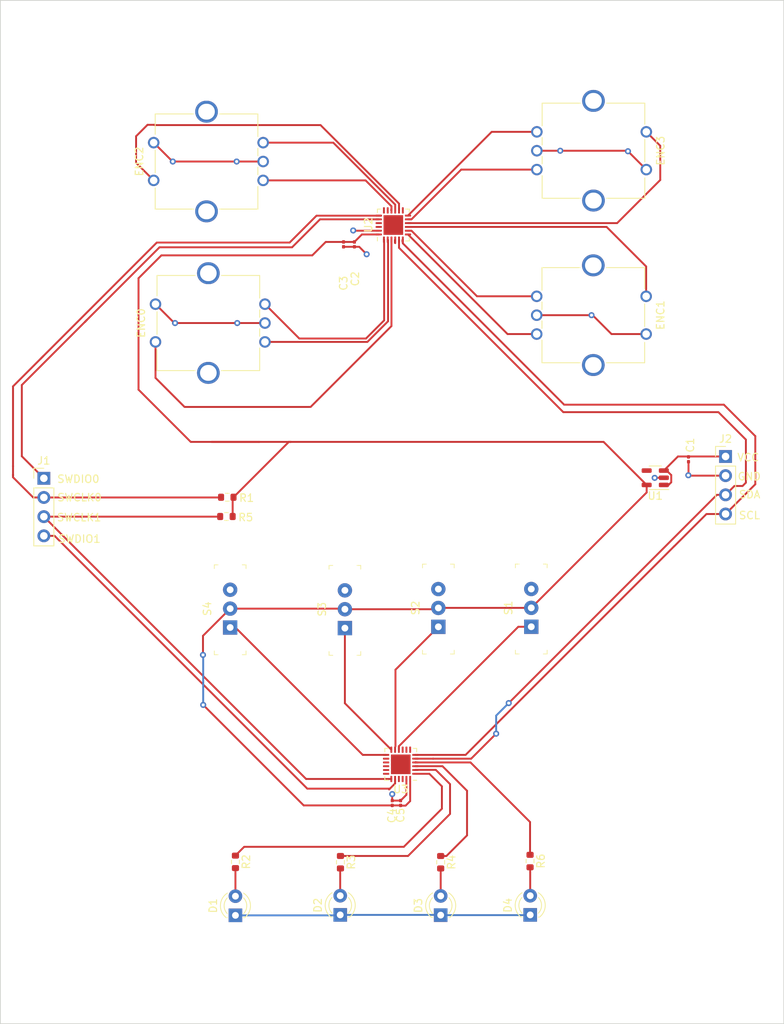
<source format=kicad_pcb>
(kicad_pcb (version 20211014) (generator pcbnew)
  (layers (0 "F.Cu" signal) (31 "B.Cu" signal) (34 "B.Paste" user) (35 "F.Paste" user) (36 "B.SilkS" user "B.Silkscreen") (37 "F.SilkS" user "F.Silkscreen") (38 "B.Mask" user) (39 "F.Mask" user) (44 "Edge.Cuts" user))
  (net 0 "")
  (net 1 "VCC")
  (net 2 "GND")
  (net 3 "+3.3V")
  (net 4 "Net-(D1-Pad2)")
  (net 5 "Net-(D2-Pad2)")
  (net 6 "Net-(D3-Pad2)")
  (net 7 "Net-(D4-Pad2)")
  (net 8 "/ENC0_A")
  (net 9 "/ENC0_B")
  (net 10 "/ENC0_SW")
  (net 11 "/ENC1_A")
  (net 12 "/ENC1_SW")
  (net 13 "/ENC2_A")
  (net 14 "/ENC2_B")
  (net 15 "/ENC2_SW")
  (net 16 "/ENC3_A")
  (net 17 "/ENC3_B")
  (net 18 "/ENC3_SW")
  (net 19 "/SWCLK0")
  (net 20 "/SWDIO0")
  (net 21 "/SWCLK1")
  (net 22 "/SWDIO1")
  (net 23 "/LED0")
  (net 24 "/LED1")
  (net 25 "/LED2")
  (net 26 "/LED3")
  (net 27 "/SW0")
  (net 29 "/SW1")
  (net 31 "/SW2")
  (net 33 "/SW3")
  (net 36 "/ENC1_B")
  (net 37 "/SDA")
  (net 38 "/SCL")
  (net 40 "/RST")
  (net 53 "unconnected-(U2-Pad4)")
  (footprint "Package_DFN_QFN:QFN-24-1EP_4x4mm_P0.5mm_EP2.6x2.6mm" (layer "F.Cu") (at 140.41 54.96 90)
    (fp_text reference "U2" (at 0 -3.3 90) (layer "F.SilkS"))
    (fp_text value "ATSAMD09D14A-M")
    (pad "1" smd roundrect (at -1.9375 -1.25 90) (size 0.825 0.25) (layers "F.Cu" "F.Paste" "F.Mask") (net 9 "/ENC0_B"))
    (pad "2" smd roundrect (at -1.9375 -0.75 90) (size 0.825 0.25) (layers "F.Cu" "F.Paste" "F.Mask") (net 8 "/ENC0_A"))
    (pad "3" smd roundrect (at -1.9375 -0.25 90) (size 0.825 0.25) (layers "F.Cu" "F.Paste" "F.Mask") (net 10 "/ENC0_SW"))
    (pad "4" smd roundrect (at -1.9375 0.25 90) (size 0.825 0.25) (layers "F.Cu" "F.Paste" "F.Mask") (net 53 "unconnected-(U2-Pad4)"))
    (pad "5" smd roundrect (at -1.9375 0.75 90) (size 0.825 0.25) (layers "F.Cu" "F.Paste" "F.Mask") (net 37 "/SDA"))
    (pad "6" smd roundrect (at -1.9375 1.25 90) (size 0.825 0.25) (layers "F.Cu" "F.Paste" "F.Mask") (net 38 "/SCL"))
    (pad "7" smd roundrect locked (at -1.25 1.9375 90) (size 0.25 0.825) (layers "F.Cu" "F.Paste" "F.Mask") (net 36 "/ENC1_B"))
    (pad "8" smd roundrect (at -0.75 1.9375 90) (size 0.25 0.825) (layers "F.Cu" "F.Paste" "F.Mask") (net 11 "/ENC1_A"))
    (pad "9" smd roundrect (at -0.25 1.9375 90) (size 0.25 0.825) (layers "F.Cu" "F.Paste" "F.Mask") (net 12 "/ENC1_SW"))
    (pad "10" smd roundrect (at 0.25 1.9375 90) (size 0.25 0.825) (layers "F.Cu" "F.Paste" "F.Mask") (net 18 "/ENC3_SW"))
    (pad "11" smd roundrect (at 0.75 1.9375 90) (size 0.25 0.825) (layers "F.Cu" "F.Paste" "F.Mask") (net 17 "/ENC3_B"))
    (pad "12" smd roundrect (at 1.25 1.9375 90) (size 0.25 0.825) (layers "F.Cu" "F.Paste" "F.Mask") (net 16 "/ENC3_A"))
    (pad "13" smd roundrect (at 1.9375 1.25 90) (size 0.825 0.25) (layers "F.Cu" "F.Paste" "F.Mask"))
    (pad "14" smd roundrect (at 1.9375 0.75 90) (size 0.825 0.25) (layers "F.Cu" "F.Paste" "F.Mask") (net 15 "/ENC2_SW"))
    (pad "15" smd roundrect (at 1.9375 0.25 90) (size 0.825 0.25) (layers "F.Cu" "F.Paste" "F.Mask") (net 14 "/ENC2_B"))
    (pad "16" smd roundrect (at 1.9375 -0.25 90) (size 0.825 0.25) (layers "F.Cu" "F.Paste" "F.Mask") (net 13 "/ENC2_A"))
    (pad "17" smd roundrect (at 1.9375 -0.75 90) (size 0.825 0.25) (layers "F.Cu" "F.Paste" "F.Mask"))
    (pad "18" smd roundrect (at 1.9375 -1.25 90) (size 0.825 0.25) (layers "F.Cu" "F.Paste" "F.Mask") (net 40 "/RST"))
    (pad "19" smd roundrect (at 1.25 -1.9375 90) (size 0.25 0.825) (layers "F.Cu" "F.Paste" "F.Mask") (net 19 "/SWCLK0"))
    (pad "20" smd roundrect (at 0.75 -1.9375 90) (size 0.25 0.825) (layers "F.Cu" "F.Paste" "F.Mask") (net 20 "/SWDIO0"))
    (pad "21" smd roundrect (at 0.25 -1.9375 90) (size 0.25 0.825) (layers "F.Cu" "F.Paste" "F.Mask"))
    (pad "22" smd roundrect (at -0.25 -1.9375 90) (size 0.25 0.825) (layers "F.Cu" "F.Paste" "F.Mask"))
    (pad "23" smd roundrect (at -0.75 -1.9375 90) (size 0.25 0.825) (layers "F.Cu" "F.Paste" "F.Mask") (net 2 "GND"))
    (pad "24" smd roundrect (at -1.25 -1.9375 90) (size 0.25 0.825) (layers "F.Cu" "F.Paste" "F.Mask") (net 3 "+3.3V"))
    (pad "25" smd rect (at 0 0 90) (size 2.6 2.6) (layers "F.Cu" "F.Mask"))
  )
  (footprint "Package_TO_SOT_SMD:SOT-23-5" (layer "F.Cu") (at 175.1025 88.43 180)
    (fp_text reference "U1" (at 0 -2.4) (layer "F.SilkS"))
    (fp_text value "AP2112K-3.3")
    (pad "1" smd roundrect (at -1.1375 -0.95 180) (size 1.325 0.6) (layers "F.Cu" "F.Paste" "F.Mask") (net 1 "VCC"))
    (pad "2" smd roundrect (at -1.1375 0 180) (size 1.325 0.6) (layers "F.Cu" "F.Paste" "F.Mask") (net 2 "GND"))
    (pad "3" smd roundrect (at -1.1375 0.95 180) (size 1.325 0.6) (layers "F.Cu" "F.Paste" "F.Mask") (net 1 "VCC"))
    (pad "4" smd roundrect (at 1.1375 0.95 180) (size 1.325 0.6) (layers "F.Cu" "F.Paste" "F.Mask"))
    (pad "5" smd roundrect (at 1.1375 -0.95 180) (size 1.325 0.6) (layers "F.Cu" "F.Paste" "F.Mask") (net 3 "+3.3V"))
  )
  (footprint "Capacitor_SMD:C_0201_0603Metric" (layer "F.Cu") (at 179.51 85.985 -90)
    (fp_text reference "C1" (at -1.875 -0.23 90) (layer "F.SilkS"))
    (fp_text value "10u")
    (pad "1" smd roundrect (at -0.32 0 270) (size 0.46 0.4) (layers "F.Cu" "F.Mask") (net 1 "VCC"))
    (pad "2" smd roundrect (at 0.32 0 270) (size 0.46 0.4) (layers "F.Cu" "F.Mask") (net 2 "GND"))
  )
  (footprint "Rotary_Encoder:RotaryEncoder_Bourns_Vertical_PEC12R-3xxxF-Sxxxx" (layer "F.Cu") (at 159.42 42.62)
    (fp_text reference "ENC3" (at 16.4 2.5 90) (layer "F.SilkS"))
    (fp_text value "RotaryEncoder_Switch")
    (pad "A" thru_hole circle (at 0 0 270) (size 1.524 1.524) (drill 1) (layers *.Cu *.Mask) (net 16 "/ENC3_A"))
    (pad "B" thru_hole circle (at 0 5 270) (size 1.524 1.524) (drill 1) (layers *.Cu *.Mask) (net 17 "/ENC3_B"))
    (pad "C" thru_hole circle (at 0 2.5 270) (size 1.524 1.524) (drill 1) (layers *.Cu *.Mask) (net 2 "GND"))
    (pad "S1" thru_hole circle (at 14.5 0 270) (size 1.524 1.524) (drill 1) (layers *.Cu *.Mask) (net 18 "/ENC3_SW"))
    (pad "S2" thru_hole circle (at 14.5 5 270) (size 1.524 1.524) (drill 1) (layers *.Cu *.Mask) (net 2 "GND"))
    (pad "SH" thru_hole oval (at 7.5 9.1 270) (size 2.9 3) (drill oval 2.1 2.2) (layers *.Cu *.Mask))
    (pad "SH" thru_hole oval (at 7.5 -4.1 270) (size 2.9 3) (drill oval 2.1 2.2) (layers *.Cu *.Mask))
  )
  (footprint "Capacitor_SMD:C_0201_0603Metric" (layer "F.Cu") (at 140.26 131.5 -90)
    (fp_text reference "C4" (at 1.69 0.06 90) (layer "F.SilkS"))
    (fp_text value "10u")
    (pad "1" smd roundrect (at -0.32 0 270) (size 0.46 0.4) (layers "F.Cu" "F.Mask") (net 2 "GND"))
    (pad "2" smd roundrect (at 0.32 0 270) (size 0.46 0.4) (layers "F.Cu" "F.Mask") (net 3 "+3.3V"))
  )
  (footprint "Resistor_SMD:R_0603_1608Metric" (layer "F.Cu") (at 118.295 93.56 180)
    (fp_text reference "R5" (at -2.555 -0.12) (layer "F.SilkS"))
    (fp_text value "1k")
    (pad "1" smd roundrect (at -0.825 0 180) (size 0.8 0.95) (layers "F.Cu" "F.Paste" "F.Mask") (net 3 "+3.3V"))
    (pad "2" smd roundrect (at 0.825 0 180) (size 0.8 0.95) (layers "F.Cu" "F.Paste" "F.Mask") (net 21 "/SWCLK1"))
  )
  (footprint "Capacitor_SMD:C_0201_0603Metric" (layer "F.Cu") (at 135.25 57.52 90)
    (fp_text reference "C2" (at -4.57 0.1 90) (layer "F.SilkS"))
    (fp_text value "10u")
    (pad "1" smd roundrect (at -0.32 0 90) (size 0.46 0.4) (layers "F.Cu" "F.Mask") (net 2 "GND"))
    (pad "2" smd roundrect (at 0.32 0 90) (size 0.46 0.4) (layers "F.Cu" "F.Mask") (net 3 "+3.3V"))
  )
  (footprint "digikey-footprints:Switch_Slide_11.6x4mm_EG1218" (layer "F.Cu") (at 133.99 108.34 90)
    (fp_text reference "S3" (at 2.49 -3.02 90) (layer "F.SilkS"))
    (fp_text value "EG1218")
    (pad "1" thru_hole rect locked (at 0 0 90) (size 1.9 1.9) (drill 0.9) (layers *.Cu *.Mask) (net 31 "/SW2"))
    (pad "2" thru_hole circle locked (at 2.5 0 90) (size 1.9 1.9) (drill 0.9) (layers *.Cu *.Mask) (net 3 "+3.3V"))
    (pad "3" thru_hole circle locked (at 5 0 90) (size 1.9 1.9) (drill 0.9) (layers *.Cu *.Mask))
  )
  (footprint "LED_THT:LED_D3.0mm" (layer "F.Cu") (at 119.49 146.38 90)
    (fp_text reference "D1" (at 1.27 -2.96 90) (layer "F.SilkS"))
    (fp_text value "LED")
    (pad "1" thru_hole rect (at 0 0 90) (size 1.8 1.8) (drill 0.9) (layers *.Cu *.Mask) (net 2 "GND"))
    (pad "2" thru_hole circle (at 2.54 0 90) (size 1.8 1.8) (drill 0.9) (layers *.Cu *.Mask) (net 4 "Net-(D1-Pad2)"))
  )
  (footprint "Resistor_SMD:R_0603_1608Metric" (layer "F.Cu") (at 133.4 139.34 -90)
    (fp_text reference "R3" (at 0 -1.43 90) (layer "F.SilkS"))
    (fp_text value "10k")
    (pad "1" smd roundrect (at -0.825 0 270) (size 0.8 0.95) (layers "F.Cu" "F.Paste" "F.Mask") (net 24 "/LED1"))
    (pad "2" smd roundrect (at 0.825 0 270) (size 0.8 0.95) (layers "F.Cu" "F.Paste" "F.Mask") (net 5 "Net-(D2-Pad2)"))
  )
  (footprint "Resistor_SMD:R_0603_1608Metric" (layer "F.Cu") (at 119.49 139.295 -90)
    (fp_text reference "R2" (at 0 -1.43 90) (layer "F.SilkS"))
    (fp_text value "10k")
    (pad "1" smd roundrect (at -0.825 0 270) (size 0.8 0.95) (layers "F.Cu" "F.Paste" "F.Mask") (net 23 "/LED0"))
    (pad "2" smd roundrect (at 0.825 0 270) (size 0.8 0.95) (layers "F.Cu" "F.Paste" "F.Mask") (net 4 "Net-(D1-Pad2)"))
  )
  (footprint "LED_THT:LED_D3.0mm" (layer "F.Cu") (at 133.37 146.32 90)
    (fp_text reference "D2" (at 1.27 -2.96 90) (layer "F.SilkS"))
    (fp_text value "LED")
    (pad "1" thru_hole rect (at 0 0 90) (size 1.8 1.8) (drill 0.9) (layers *.Cu *.Mask) (net 2 "GND"))
    (pad "2" thru_hole circle (at 2.54 0 90) (size 1.8 1.8) (drill 0.9) (layers *.Cu *.Mask) (net 5 "Net-(D2-Pad2)"))
  )
  (footprint "digikey-footprints:Switch_Slide_11.6x4mm_EG1218" (layer "F.Cu") (at 118.79 108.26 90)
    (fp_text reference "S4" (at 2.49 -3.02 90) (layer "F.SilkS"))
    (fp_text value "EG1218")
    (pad "1" thru_hole rect locked (at 0 0 90) (size 1.9 1.9) (drill 0.9) (layers *.Cu *.Mask) (net 33 "/SW3"))
    (pad "2" thru_hole circle locked (at 2.5 0 90) (size 1.9 1.9) (drill 0.9) (layers *.Cu *.Mask) (net 3 "+3.3V"))
    (pad "3" thru_hole circle locked (at 5 0 90) (size 1.9 1.9) (drill 0.9) (layers *.Cu *.Mask))
  )
  (footprint "Connector_PinHeader_2.54mm:PinHeader_1x04_P2.54mm_Vertical" (layer "F.Cu") (at 184.42 85.61)
    (fp_text reference "J2" (at 0 -2.33) (layer "F.SilkS"))
    (fp_text value "Conn_01x04_Male")
    (pad "1" thru_hole rect (at 0 0) (size 1.7 1.7) (drill 1) (layers *.Cu *.Mask) (net 1 "VCC"))
    (pad "2" thru_hole oval (at 0 2.54) (size 1.7 1.7) (drill 1) (layers *.Cu *.Mask) (net 2 "GND"))
    (pad "3" thru_hole oval (at 0 5.08) (size 1.7 1.7) (drill 1) (layers *.Cu *.Mask) (net 37 "/SDA"))
    (pad "4" thru_hole oval (at 0 7.62) (size 1.7 1.7) (drill 1) (layers *.Cu *.Mask) (net 38 "/SCL"))
  )
  (footprint "LED_THT:LED_D3.0mm" (layer "F.Cu") (at 158.54 146.32 90)
    (fp_text reference "D4" (at 1.27 -2.96 90) (layer "F.SilkS"))
    (fp_text value "LED")
    (pad "1" thru_hole rect (at 0 0 90) (size 1.8 1.8) (drill 0.9) (layers *.Cu *.Mask) (net 2 "GND"))
    (pad "2" thru_hole circle (at 2.54 0 90) (size 1.8 1.8) (drill 0.9) (layers *.Cu *.Mask) (net 7 "Net-(D4-Pad2)"))
  )
  (footprint "Connector_PinHeader_2.54mm:PinHeader_1x04_P2.54mm_Vertical" (layer "F.Cu") (at 94.11 88.5)
    (fp_text reference "J1" (at 0 -2.33) (layer "F.SilkS"))
    (fp_text value "Conn_01x04_Male")
    (pad "1" thru_hole rect (at 0 0) (size 1.7 1.7) (drill 1) (layers *.Cu *.Mask) (net 20 "/SWDIO0"))
    (pad "2" thru_hole oval (at 0 2.54) (size 1.7 1.7) (drill 1) (layers *.Cu *.Mask) (net 19 "/SWCLK0"))
    (pad "3" thru_hole oval (at 0 5.08) (size 1.7 1.7) (drill 1) (layers *.Cu *.Mask) (net 21 "/SWCLK1"))
    (pad "4" thru_hole oval (at 0 7.62) (size 1.7 1.7) (drill 1) (layers *.Cu *.Mask) (net 22 "/SWDIO1"))
  )
  (footprint "Rotary_Encoder:RotaryEncoder_Bourns_Vertical_PEC12R-3xxxF-Sxxxx" (layer "F.Cu") (at 123.16 49.05 180)
    (fp_text reference "ENC2" (at 16.4 2.5 90) (layer "F.SilkS"))
    (fp_text value "RotaryEncoder_Switch")
    (pad "A" thru_hole circle (at 0 0 90) (size 1.524 1.524) (drill 1) (layers *.Cu *.Mask) (net 13 "/ENC2_A"))
    (pad "B" thru_hole circle (at 0 5 90) (size 1.524 1.524) (drill 1) (layers *.Cu *.Mask) (net 14 "/ENC2_B"))
    (pad "C" thru_hole circle (at 0 2.5 90) (size 1.524 1.524) (drill 1) (layers *.Cu *.Mask) (net 2 "GND"))
    (pad "S1" thru_hole circle (at 14.5 0 90) (size 1.524 1.524) (drill 1) (layers *.Cu *.Mask) (net 15 "/ENC2_SW"))
    (pad "S2" thru_hole circle (at 14.5 5 90) (size 1.524 1.524) (drill 1) (layers *.Cu *.Mask) (net 2 "GND"))
    (pad "SH" thru_hole oval (at 7.5 9.1 90) (size 2.9 3) (drill oval 2.1 2.2) (layers *.Cu *.Mask))
    (pad "SH" thru_hole oval (at 7.5 -4.1 90) (size 2.9 3) (drill oval 2.1 2.2) (layers *.Cu *.Mask))
  )
  (footprint "Capacitor_SMD:C_0201_0603Metric" (layer "F.Cu") (at 141.37 131.5 -90)
    (fp_text reference "C5" (at 1.63 0.02 90) (layer "F.SilkS"))
    (fp_text value "0.1u")
    (pad "1" smd roundrect (at -0.32 0 270) (size 0.46 0.4) (layers "F.Cu" "F.Mask") (net 2 "GND"))
    (pad "2" smd roundrect (at 0.32 0 270) (size 0.46 0.4) (layers "F.Cu" "F.Mask") (net 3 "+3.3V"))
  )
  (footprint "digikey-footprints:Switch_Slide_11.6x4mm_EG1218" (layer "F.Cu") (at 158.68 108.16 90)
    (fp_text reference "S1" (at 2.49 -3.02 90) (layer "F.SilkS"))
    (fp_text value "EG1218")
    (pad "1" thru_hole rect locked (at 0 0 90) (size 1.9 1.9) (drill 0.9) (layers *.Cu *.Mask) (net 27 "/SW0"))
    (pad "2" thru_hole circle locked (at 2.5 0 90) (size 1.9 1.9) (drill 0.9) (layers *.Cu *.Mask) (net 3 "+3.3V"))
    (pad "3" thru_hole circle locked (at 5 0 90) (size 1.9 1.9) (drill 0.9) (layers *.Cu *.Mask))
  )
  (footprint "Capacitor_SMD:C_0201_0603Metric" (layer "F.Cu") (at 133.81 57.52 90)
    (fp_text reference "C3" (at -5.15 0 90) (layer "F.SilkS"))
    (fp_text value "0.1u")
    (pad "1" smd roundrect (at -0.32 0 90) (size 0.46 0.4) (layers "F.Cu" "F.Mask") (net 2 "GND"))
    (pad "2" smd roundrect (at 0.32 0 90) (size 0.46 0.4) (layers "F.Cu" "F.Mask") (net 3 "+3.3V"))
  )
  (footprint "Resistor_SMD:R_0603_1608Metric" (layer "F.Cu") (at 158.52 139.19 -90)
    (fp_text reference "R6" (at 0 -1.43 90) (layer "F.SilkS"))
    (fp_text value "10k")
    (pad "1" smd roundrect (at -0.825 0 270) (size 0.8 0.95) (layers "F.Cu" "F.Paste" "F.Mask") (net 26 "/LED3"))
    (pad "2" smd roundrect (at 0.825 0 270) (size 0.8 0.95) (layers "F.Cu" "F.Paste" "F.Mask") (net 7 "Net-(D4-Pad2)"))
  )
  (footprint "Package_DFN_QFN:QFN-24-1EP_4x4mm_P0.5mm_EP2.6x2.6mm" (layer "F.Cu") (at 141.39 126.38 180)
    (fp_text reference "U3" (at 0 -3.3) (layer "F.SilkS"))
    (fp_text value "ATSAMD09D14A-M")
    (pad "1" smd roundrect (at -1.9375 -1.25 180) (size 0.825 0.25) (layers "F.Cu" "F.Paste" "F.Mask") (net 23 "/LED0"))
    (pad "2" smd roundrect (at -1.9375 -0.75 180) (size 0.825 0.25) (layers "F.Cu" "F.Paste" "F.Mask") (net 24 "/LED1"))
    (pad "3" smd roundrect (at -1.9375 -0.25 180) (size 0.825 0.25) (layers "F.Cu" "F.Paste" "F.Mask") (net 25 "/LED2"))
    (pad "4" smd roundrect (at -1.9375 0.25 180) (size 0.825 0.25) (layers "F.Cu" "F.Paste" "F.Mask") (net 26 "/LED3"))
    (pad "5" smd roundrect (at -1.9375 0.75 180) (size 0.825 0.25) (layers "F.Cu" "F.Paste" "F.Mask") (net 37 "/SDA"))
    (pad "6" smd roundrect (at -1.9375 1.25 180) (size 0.825 0.25) (layers "F.Cu" "F.Paste" "F.Mask") (net 38 "/SCL"))
    (pad "7" smd roundrect (at -1.25 1.9375 180) (size 0.25 0.825) (layers "F.Cu" "F.Paste" "F.Mask"))
    (pad "8" smd roundrect (at -0.75 1.9375 180) (size 0.25 0.825) (layers "F.Cu" "F.Paste" "F.Mask"))
    (pad "9" smd roundrect (at -0.25 1.9375 180) (size 0.25 0.825) (layers "F.Cu" "F.Paste" "F.Mask"))
    (pad "10" smd roundrect (at 0.25 1.9375 180) (size 0.25 0.825) (layers "F.Cu" "F.Paste" "F.Mask") (net 27 "/SW0"))
    (pad "11" smd roundrect (at 0.75 1.9375 180) (size 0.25 0.825) (layers "F.Cu" "F.Paste" "F.Mask") (net 29 "/SW1"))
    (pad "12" smd roundrect (at 1.25 1.9375 180) (size 0.25 0.825) (layers "F.Cu" "F.Paste" "F.Mask") (net 31 "/SW2"))
    (pad "13" smd roundrect (at 1.9375 1.25 180) (size 0.825 0.25) (layers "F.Cu" "F.Paste" "F.Mask") (net 33 "/SW3"))
    (pad "14" smd roundrect (at 1.9375 0.75 180) (size 0.825 0.25) (layers "F.Cu" "F.Paste" "F.Mask"))
    (pad "15" smd roundrect (at 1.9375 0.25 180) (size 0.825 0.25) (layers "F.Cu" "F.Paste" "F.Mask"))
    (pad "16" smd roundrect (at 1.9375 -0.25 180) (size 0.825 0.25) (layers "F.Cu" "F.Paste" "F.Mask"))
    (pad "17" smd roundrect (at 1.9375 -0.75 180) (size 0.825 0.25) (layers "F.Cu" "F.Paste" "F.Mask"))
    (pad "18" smd roundrect (at 1.9375 -1.25 180) (size 0.825 0.25) (layers "F.Cu" "F.Paste" "F.Mask") (net 40 "/RST"))
    (pad "19" smd roundrect (at 1.25 -1.9375 180) (size 0.25 0.825) (layers "F.Cu" "F.Paste" "F.Mask") (net 21 "/SWCLK1"))
    (pad "20" smd roundrect (at 0.75 -1.9375 180) (size 0.25 0.825) (layers "F.Cu" "F.Paste" "F.Mask") (net 22 "/SWDIO1"))
    (pad "21" smd roundrect (at 0.25 -1.9375 180) (size 0.25 0.825) (layers "F.Cu" "F.Paste" "F.Mask"))
    (pad "22" smd roundrect (at -0.25 -1.9375 180) (size 0.25 0.825) (layers "F.Cu" "F.Paste" "F.Mask"))
    (pad "23" smd roundrect (at -0.75 -1.9375 180) (size 0.25 0.825) (layers "F.Cu" "F.Paste" "F.Mask") (net 2 "GND"))
    (pad "24" smd roundrect (at -1.25 -1.9375 180) (size 0.25 0.825) (layers "F.Cu" "F.Paste" "F.Mask") (net 3 "+3.3V"))
    (pad "25" smd rect (at 0 0 180) (size 2.6 2.6) (layers "F.Cu" "F.Mask"))
  )
  (footprint "Rotary_Encoder:RotaryEncoder_Bourns_Vertical_PEC12R-3xxxF-Sxxxx" (layer "F.Cu") (at 123.4 70.44 180)
    (fp_text reference "ENC0" (at 16.4 2.5 90) (layer "F.SilkS"))
    (fp_text value locked "RotaryEncoder_Switch")
    (pad "A" thru_hole circle (at 0 0 90) (size 1.524 1.524) (drill 1) (layers *.Cu *.Mask) (net 8 "/ENC0_A"))
    (pad "B" thru_hole circle (at 0 5 90) (size 1.524 1.524) (drill 1) (layers *.Cu *.Mask) (net 9 "/ENC0_B"))
    (pad "C" thru_hole circle (at 0 2.5 90) (size 1.524 1.524) (drill 1) (layers *.Cu *.Mask) (net 2 "GND"))
    (pad "S1" thru_hole circle (at 14.5 0 90) (size 1.524 1.524) (drill 1) (layers *.Cu *.Mask) (net 10 "/ENC0_SW"))
    (pad "S2" thru_hole circle (at 14.5 5 90) (size 1.524 1.524) (drill 1) (layers *.Cu *.Mask) (net 2 "GND"))
    (pad "SH" thru_hole oval (at 7.5 -4.1 90) (size 2.9 3) (drill oval 2.1 2.2) (layers *.Cu *.Mask))
    (pad "SH" thru_hole oval (at 7.5 9.1 90) (size 2.9 3) (drill oval 2.1 2.2) (layers *.Cu *.Mask))
  )
  (footprint "digikey-footprints:Switch_Slide_11.6x4mm_EG1218" (layer "F.Cu") (at 146.37 108.17 90)
    (fp_text reference "S2" (at 2.49 -3.02 90) (layer "F.SilkS"))
    (fp_text value "EG1218")
    (pad "1" thru_hole rect locked (at 0 0 90) (size 1.9 1.9) (drill 0.9) (layers *.Cu *.Mask) (net 29 "/SW1"))
    (pad "2" thru_hole circle locked (at 2.5 0 90) (size 1.9 1.9) (drill 0.9) (layers *.Cu *.Mask) (net 3 "+3.3V"))
    (pad "3" thru_hole circle locked (at 5 0 90) (size 1.9 1.9) (drill 0.9) (layers *.Cu *.Mask))
  )
  (footprint "Resistor_SMD:R_0603_1608Metric" (layer "F.Cu") (at 118.41 91.01 180)
    (fp_text reference "R1" (at -2.56 -0.1) (layer "F.SilkS"))
    (fp_text value "1k")
    (pad "1" smd roundrect (at -0.825 0 180) (size 0.8 0.95) (layers "F.Cu" "F.Paste" "F.Mask") (net 3 "+3.3V"))
    (pad "2" smd roundrect (at 0.825 0 180) (size 0.8 0.95) (layers "F.Cu" "F.Paste" "F.Mask") (net 19 "/SWCLK0"))
  )
  (footprint "Resistor_SMD:R_0603_1608Metric" (layer "F.Cu") (at 146.68 139.345 -90)
    (fp_text reference "R4" (at 0 -1.43 90) (layer "F.SilkS"))
    (fp_text value "10k")
    (pad "1" smd roundrect (at -0.825 0 270) (size 0.8 0.95) (layers "F.Cu" "F.Paste" "F.Mask") (net 25 "/LED2"))
    (pad "2" smd roundrect (at 0.825 0 270) (size 0.8 0.95) (layers "F.Cu" "F.Paste" "F.Mask") (net 6 "Net-(D3-Pad2)"))
  )
  (footprint "Rotary_Encoder:RotaryEncoder_Bourns_Vertical_PEC12R-3xxxF-Sxxxx" (layer "F.Cu") (at 159.4 64.4)
    (fp_text reference "ENC1" (at 16.4 2.5 90) (layer "F.SilkS"))
    (fp_text value "RotaryEncoder_Switch")
    (pad "A" thru_hole circle (at 0 0 270) (size 1.524 1.524) (drill 1) (layers *.Cu *.Mask) (net 11 "/ENC1_A"))
    (pad "B" thru_hole circle (at 0 5 270) (size 1.524 1.524) (drill 1) (layers *.Cu *.Mask) (net 36 "/ENC1_B"))
    (pad "C" thru_hole circle (at 0 2.5 270) (size 1.524 1.524) (drill 1) (layers *.Cu *.Mask) (net 2 "GND"))
    (pad "S1" thru_hole circle (at 14.5 0 270) (size 1.524 1.524) (drill 1) (layers *.Cu *.Mask) (net 12 "/ENC1_SW"))
    (pad "S2" thru_hole circle (at 14.5 5 270) (size 1.524 1.524) (drill 1) (layers *.Cu *.Mask) (net 2 "GND"))
    (pad "SH" thru_hole oval (at 7.5 -4.1 270) (size 2.9 3) (drill oval 2.1 2.2) (layers *.Cu *.Mask))
    (pad "SH" thru_hole oval (at 7.5 9.1 270) (size 2.9 3) (drill oval 2.1 2.2) (layers *.Cu *.Mask))
  )
  (footprint "LED_THT:LED_D3.0mm" (layer "F.Cu") (at 146.68 146.35 90)
    (fp_text reference "D3" (at 1.27 -2.96 90) (layer "F.SilkS"))
    (fp_text value "LED")
    (pad "1" thru_hole rect (at 0 0 90) (size 1.8 1.8) (drill 0.9) (layers *.Cu *.Mask) (net 2 "GND"))
    (pad "2" thru_hole circle (at 2.54 0 90) (size 1.8 1.8) (drill 0.9) (layers *.Cu *.Mask) (net 6 "Net-(D3-Pad2)"))
  )
  (gr_rect (start 88.35 25.21) (end 192.13 160.73) (layer "Edge.Cuts") (width 0.1) (fill none))
  (gr_text "SWDIO1\n" (at 98.83 96.53) (layer "F.SilkS") (effects (font (size 1 1))))
  (gr_text "SWCLK0\n" (at 98.83 91.04) (layer "F.SilkS") (effects (font (size 1 1))))
  (gr_text "SWCLK1\n" (at 98.78 93.69) (layer "F.SilkS") (effects (font (size 1 1))))
  (gr_text "SDA\n" (at 187.61 90.65) (layer "F.SilkS") (effects (font (size 1 1))))
  (gr_text "VCC\n" (at 187.42 85.74) (layer "F.SilkS") (effects (font (size 1 1))))
  (gr_text "GND\n" (at 187.56 88.27) (layer "F.SilkS") (effects (font (size 1 1))))
  (gr_text "SWDIO0\n" (at 98.68 88.6) (layer "F.SilkS") (effects (font (size 1 1))))
  (gr_text "SCL\n" (at 187.59 93.41) (layer "F.SilkS") (effects (font (size 1 1))))
  (segment (start 176.624251 87.48) (end 177.2275 88.083249) (width 0.25) (layer "F.Cu") (net 1))
  (segment (start 176.87 89.38) (end 176.24 89.38) (width 0.25) (layer "F.Cu") (net 1))
  (segment (start 184.42 85.61) (end 178.11 85.61) (width 0.25) (layer "F.Cu") (net 1))
  (segment (start 177.2275 88.083249) (end 177.2275 89.0225) (width 0.25) (layer "F.Cu") (net 1))
  (segment (start 177.2275 89.0225) (end 176.87 89.38) (width 0.25) (layer "F.Cu") (net 1))
  (segment (start 178.11 85.61) (end 176.24 87.48) (width 0.25) (layer "F.Cu") (net 1))
  (segment (start 176.24 87.48) (end 176.624251 87.48) (width 0.25) (layer "F.Cu") (net 1))
  (segment (start 111.49 67.94) (end 119.73 67.94) (width 0.25) (layer "F.Cu") (net 2))
  (segment (start 142.14 130.41) (end 141.37 131.18) (width 0.25) (layer "F.Cu") (net 2))
  (segment (start 169.31 69.4) (end 173.9 69.4) (width 0.25) (layer "F.Cu") (net 2))
  (segment (start 111.16 46.55) (end 108.66 44.05) (width 0.25) (layer "F.Cu") (net 2))
  (segment (start 162.52 45.12) (end 171.42 45.12) (width 0.25) (layer "F.Cu") (net 2))
  (segment (start 133.81 57.84) (end 135.25 57.84) (width 0.25) (layer "F.Cu") (net 2))
  (segment (start 184.42 88.15) (end 179.54 88.15) (width 0.25) (layer "F.Cu") (net 2))
  (segment (start 138.4725 55.71) (end 135.12 55.71) (width 0.25) (layer "F.Cu") (net 2))
  (segment (start 142.14 128.3175) (end 142.14 130.41) (width 0.25) (layer "F.Cu") (net 2))
  (segment (start 179.51 88.08) (end 179.49 88.1) (width 0.25) (layer "F.Cu") (net 2))
  (segment (start 108.9 65.44) (end 111.4 67.94) (width 0.25) (layer "F.Cu") (net 2))
  (segment (start 166.66 66.9) (end 166.81 66.9) (width 0.25) (layer "F.Cu") (net 2))
  (segment (start 171.42 45.12) (end 171.49 45.19) (width 0.25) (layer "F.Cu") (net 2))
  (segment (start 179.54 88.15) (end 179.49 88.1) (width 0.25) (layer "F.Cu") (net 2))
  (segment (start 119.73 67.94) (end 123.4 67.94) (width 0.25) (layer "F.Cu") (net 2))
  (segment (start 175.04 88.43) (end 175.03 88.44) (width 0.25) (layer "F.Cu") (net 2))
  (segment (start 159.42 45.12) (end 162.52 45.12) (width 0.25) (layer "F.Cu") (net 2))
  (segment (start 159.4 66.9) (end 166.66 66.9) (width 0.25) (layer "F.Cu") (net 2))
  (segment (start 135.25 57.84) (end 135.88 57.84) (width 0.25) (layer "F.Cu") (net 2))
  (segment (start 135.88 57.84) (end 136.87 58.83) (width 0.25) (layer "F.Cu") (net 2))
  (segment (start 119.65 46.55) (end 111.19 46.55) (width 0.25) (layer "F.Cu") (net 2))
  (segment (start 140.26 131.18) (end 140.26 130.32) (width 0.25) (layer "F.Cu") (net 2))
  (segment (start 166.81 66.9) (end 169.31 69.4) (width 0.25) (layer "F.Cu") (net 2))
  (segment (start 171.49 45.19) (end 173.92 47.62) (width 0.25) (layer "F.Cu") (net 2))
  (segment (start 123.16 46.55) (end 119.65 46.55) (width 0.25) (layer "F.Cu") (net 2))
  (segment (start 135.12 55.71) (end 135.09 55.68) (width 0.25) (layer "F.Cu") (net 2))
  (segment (start 176.24 88.43) (end 175.04 88.43) (width 0.25) (layer "F.Cu") (net 2))
  (segment (start 111.19 46.55) (end 111.16 46.55) (width 0.25) (layer "F.Cu") (net 2))
  (segment (start 179.51 86.305) (end 179.51 88.08) (width 0.25) (layer "F.Cu") (net 2))
  (segment (start 111.4 67.94) (end 111.49 67.94) (width 0.25) (layer "F.Cu") (net 2))
  (segment (start 141.37 131.18) (end 140.26 131.18) (width 0.25) (layer "F.Cu") (net 2))
  (via (at 179.49 88.1) (size 0.8) (drill 0.4) (layers "F.Cu" "B.Cu") (net 2))
  (via (at 123.4 67.94) (size 0.8) (drill 0.4) (layers "F.Cu" "B.Cu") (net 2))
  (via (at 136.87 58.83) (size 0.8) (drill 0.4) (layers "F.Cu" "B.Cu") (net 2))
  (via (at 166.66 66.9) (size 0.8) (drill 0.4) (layers "F.Cu" "B.Cu") (net 2))
  (via (at 175.03 88.44) (size 0.8) (drill 0.4) (layers "F.Cu" "B.Cu") (net 2))
  (via (at 135.09 55.68) (size 0.8) (drill 0.4) (layers "F.Cu" "B.Cu") (net 2))
  (via (at 111.19 46.55) (size 0.8) (drill 0.4) (layers "F.Cu" "B.Cu") (net 2))
  (via (at 111.49 67.94) (size 0.8) (drill 0.4) (layers "F.Cu" "B.Cu") (net 2))
  (via (at 119.65 46.55) (size 0.8) (drill 0.4) (layers "F.Cu" "B.Cu") (net 2))
  (via (at 171.49 45.19) (size 0.8) (drill 0.4) (layers "F.Cu" "B.Cu") (net 2))
  (via (at 162.52 45.12) (size 0.8) (drill 0.4) (layers "F.Cu" "B.Cu") (net 2))
  (via (at 119.73 67.94) (size 0.8) (drill 0.4) (layers "F.Cu" "B.Cu") (net 2))
  (via (at 140.26 130.32) (size 0.8) (drill 0.4) (layers "F.Cu" "B.Cu") (net 2))
  (segment (start 146.68 146.35) (end 158.51 146.35) (width 0.25) (layer "B.Cu") (net 2))
  (segment (start 133.37 146.32) (end 146.65 146.32) (width 0.25) (layer "B.Cu") (net 2))
  (segment (start 158.51 146.35) (end 158.54 146.32) (width 0.25) (layer "B.Cu") (net 2))
  (segment (start 146.65 146.32) (end 146.68 146.35) (width 0.25) (layer "B.Cu") (net 2))
  (segment (start 119.49 146.38) (end 133.31 146.38) (width 0.25) (layer "B.Cu") (net 2))
  (segment (start 133.31 146.38) (end 133.37 146.32) (width 0.25) (layer "B.Cu") (net 2))
  (segment (start 115.19 111.89) (end 115.19 109.36) (width 0.25) (layer "F.Cu") (net 3))
  (segment (start 119.235 91.01) (end 126.565 83.68) (width 0.25) (layer "F.Cu") (net 3))
  (segment (start 106.65 62.01) (end 106.65 76.76) (width 0.25) (layer "F.Cu") (net 3))
  (segment (start 141.4 131.85) (end 141.37 131.82) (width 0.25) (layer "F.Cu") (net 3))
  (segment (start 142.03 131.85) (end 141.4 131.85) (width 0.25) (layer "F.Cu") (net 3))
  (segment (start 133.81 57.2) (end 135.25 57.2) (width 0.25) (layer "F.Cu") (net 3))
  (segment (start 158.68 105.66) (end 146.38 105.66) (width 0.25) (layer "F.Cu") (net 3))
  (segment (start 131.45 57.2) (end 129.67 58.98) (width 0.25) (layer "F.Cu") (net 3))
  (segment (start 109.68 58.98) (end 106.65 62.01) (width 0.25) (layer "F.Cu") (net 3))
  (segment (start 128.53 131.82) (end 115.22 118.51) (width 0.25) (layer "F.Cu") (net 3))
  (segment (start 113.57 83.68) (end 122.65 83.68) (width 0.25) (layer "F.Cu") (net 3))
  (segment (start 142.64 131.24) (end 142.03 131.85) (width 0.25) (layer "F.Cu") (net 3))
  (segment (start 168.265 83.68) (end 173.965 89.38) (width 0.25) (layer "F.Cu") (net 3))
  (segment (start 135.25 57.2) (end 136.24 56.21) (width 0.25) (layer "F.Cu") (net 3))
  (segment (start 133.99 105.84) (end 146.2 105.84) (width 0.25) (layer "F.Cu") (net 3))
  (segment (start 119.12 93.56) (end 119.12 91.125) (width 0.25) (layer "F.Cu") (net 3))
  (segment (start 136.24 56.21) (end 138.4725 56.21) (width 0.25) (layer "F.Cu") (net 3))
  (segment (start 146.2 105.84) (end 146.37 105.67) (width 0.25) (layer "F.Cu") (net 3))
  (segment (start 141.37 131.82) (end 140.26 131.82) (width 0.25) (layer "F.Cu") (net 3))
  (segment (start 133.81 57.2) (end 131.45 57.2) (width 0.25) (layer "F.Cu") (net 3))
  (segment (start 133.91 105.76) (end 133.99 105.84) (width 0.25) (layer "F.Cu") (net 3))
  (segment (start 126.8 83.68) (end 168.265 83.68) (width 0.25) (layer "F.Cu") (net 3))
  (segment (start 106.65 76.76) (end 113.57 83.68) (width 0.25) (layer "F.Cu") (net 3))
  (segment (start 118.79 105.76) (end 133.91 105.76) (width 0.25) (layer "F.Cu") (net 3))
  (segment (start 116.34 83.68) (end 122.65 83.68) (width 0.25) (layer "F.Cu") (net 3))
  (segment (start 119.12 91.125) (end 119.235 91.01) (width 0.25) (layer "F.Cu") (net 3))
  (segment (start 115.19 109.36) (end 118.79 105.76) (width 0.25) (layer "F.Cu") (net 3))
  (segment (start 142.64 128.3175) (end 142.64 131.24) (width 0.25) (layer "F.Cu") (net 3))
  (segment (start 122.65 83.68) (end 126.8 83.68) (width 0.25) (layer "F.Cu") (net 3))
  (segment (start 126.565 83.68) (end 126.8 83.68) (width 0.25) (layer "F.Cu") (net 3))
  (segment (start 173.965 90.375) (end 173.965 89.38) (width 0.25) (layer "F.Cu") (net 3))
  (segment (start 146.38 105.66) (end 146.37 105.67) (width 0.25) (layer "F.Cu") (net 3))
  (segment (start 158.68 105.66) (end 173.965 90.375) (width 0.25) (layer "F.Cu") (net 3))
  (segment (start 129.67 58.98) (end 109.68 58.98) (width 0.25) (layer "F.Cu") (net 3))
  (segment (start 140.26 131.82) (end 128.53 131.82) (width 0.25) (layer "F.Cu") (net 3))
  (via (at 115.22 118.51) (size 0.8) (drill 0.4) (layers "F.Cu" "B.Cu") (net 3))
  (via (at 115.19 111.89) (size 0.8) (drill 0.4) (layers "F.Cu" "B.Cu") (net 3))
  (segment (start 115.22 118.51) (end 115.22 111.92) (width 0.25) (layer "B.Cu") (net 3))
  (segment (start 115.22 111.92) (end 115.19 111.89) (width 0.25) (layer "B.Cu") (net 3))
  (segment (start 119.49 140.12) (end 119.49 143.84) (width 0.25) (layer "F.Cu") (net 4))
  (segment (start 133.4 140.165) (end 133.37 140.195) (width 0.25) (layer "F.Cu") (net 5))
  (segment (start 133.37 140.195) (end 133.37 143.78) (width 0.25) (layer "F.Cu") (net 5))
  (segment (start 146.68 140.17) (end 146.68 143.81) (width 0.25) (layer "F.Cu") (net 6))
  (segment (start 158.54 143.78) (end 158.54 140.035) (width 0.25) (layer "F.Cu") (net 7))
  (segment (start 158.54 140.035) (end 158.52 140.015) (width 0.25) (layer "F.Cu") (net 7))
  (segment (start 123.4 70.44) (end 136.97 70.44) (width 0.25) (layer "F.Cu") (net 8))
  (segment (start 139.71 56.9475) (end 139.66 56.8975) (width 0.25) (layer "F.Cu") (net 8))
  (segment (start 139.71 67.7) (end 139.71 56.9475) (width 0.25) (layer "F.Cu") (net 8))
  (segment (start 136.97 70.44) (end 139.71 67.7) (width 0.25) (layer "F.Cu") (net 8))
  (segment (start 127.95 69.99) (end 136.783604 69.99) (width 0.25) (layer "F.Cu") (net 9))
  (segment (start 139.191802 67.581802) (end 139.191802 56.929302) (width 0.25) (layer "F.Cu") (net 9))
  (segment (start 136.783604 69.99) (end 139.191802 67.581802) (width 0.25) (layer "F.Cu") (net 9))
  (segment (start 123.4 65.44) (end 127.95 69.99) (width 0.25) (layer "F.Cu") (net 9))
  (segment (start 139.191802 56.929302) (end 139.16 56.8975) (width 0.25) (layer "F.Cu") (net 9))
  (segment (start 129.45 79.05) (end 112.75 79.05) (width 0.25) (layer "F.Cu") (net 10))
  (segment (start 112.75 79.05) (end 108.9 75.2) (width 0.25) (layer "F.Cu") (net 10))
  (segment (start 140.16 68.34) (end 129.45 79.05) (width 0.25) (layer "F.Cu") (net 10))
  (segment (start 108.9 75.2) (end 108.9 70.44) (width 0.25) (layer "F.Cu") (net 10))
  (segment (start 140.16 56.8975) (end 140.16 68.34) (width 0.25) (layer "F.Cu") (net 10))
  (segment (start 151.498008 64.4) (end 159.4 64.4) (width 0.25) (layer "F.Cu") (net 11))
  (segment (start 142.808008 55.71) (end 151.498008 64.4) (width 0.25) (layer "F.Cu") (net 11))
  (segment (start 142.3475 55.71) (end 142.808008 55.71) (width 0.25) (layer "F.Cu") (net 11))
  (segment (start 173.9 60.45) (end 173.9 64.4) (width 0.25) (layer "F.Cu") (net 12))
  (segment (start 168.66 55.21) (end 173.9 60.45) (width 0.25) (layer "F.Cu") (net 12))
  (segment (start 145.13 55.21) (end 168.66 55.21) (width 0.25) (layer "F.Cu") (net 12))
  (segment (start 142.3475 55.21) (end 145.13 55.21) (width 0.25) (layer "F.Cu") (net 12))
  (segment (start 140.11 52.9725) (end 140.16 53.0225) (width 0.25) (layer "F.Cu") (net 13))
  (segment (start 136.73 49.05) (end 140.16 52.48) (width 0.25) (layer "F.Cu") (net 13))
  (segment (start 123.16 49.05) (end 136.73 49.05) (width 0.25) (layer "F.Cu") (net 13))
  (segment (start 140.16 52.48) (end 140.16 53.0225) (width 0.25) (layer "F.Cu") (net 13))
  (segment (start 140.66 53.0225) (end 140.66 52.26) (width 0.25) (layer "F.Cu") (net 14))
  (segment (start 140.66 52.26) (end 132.45 44.05) (width 0.25) (layer "F.Cu") (net 14))
  (segment (start 132.45 44.05) (end 123.16 44.05) (width 0.25) (layer "F.Cu") (net 14))
  (segment (start 108.74 41.69) (end 107.84 41.69) (width 0.25) (layer "F.Cu") (net 15))
  (segment (start 141.16 53.0225) (end 141.16 52.123604) (width 0.25) (layer "F.Cu") (net 15))
  (segment (start 107.84 41.69) (end 106.33 43.2) (width 0.25) (layer "F.Cu") (net 15))
  (segment (start 106.33 46.72) (end 108.66 49.05) (width 0.25) (layer "F.Cu") (net 15))
  (segment (start 130.761396 41.725) (end 108.775 41.725) (width 0.25) (layer "F.Cu") (net 15))
  (segment (start 106.33 43.2) (end 106.33 46.72) (width 0.25) (layer "F.Cu") (net 15))
  (segment (start 141.16 52.123604) (end 130.761396 41.725) (width 0.25) (layer "F.Cu") (net 15))
  (segment (start 108.775 41.725) (end 108.74 41.69) (width 0.25) (layer "F.Cu") (net 15))
  (segment (start 153.4375 42.62) (end 159.42 42.62) (width 0.25) (layer "F.Cu") (net 16))
  (segment (start 142.3475 53.71) (end 153.4375 42.62) (width 0.25) (layer "F.Cu") (net 16))
  (segment (start 149.398008 47.62) (end 159.42 47.62) (width 0.25) (layer "F.Cu") (net 17))
  (segment (start 142.808008 54.21) (end 149.398008 47.62) (width 0.25) (layer "F.Cu") (net 17))
  (segment (start 142.3475 54.21) (end 142.808008 54.21) (width 0.25) (layer "F.Cu") (net 17))
  (segment (start 173.92 42.62) (end 175.77 44.47) (width 0.25) (layer "F.Cu") (net 18))
  (segment (start 175.77 44.47) (end 175.77 48.99) (width 0.25) (layer "F.Cu") (net 18))
  (segment (start 175.77 48.99) (end 170.05 54.71) (width 0.25) (layer "F.Cu") (net 18))
  (segment (start 170.05 54.71) (end 142.3475 54.71) (width 0.25) (layer "F.Cu") (net 18))
  (segment (start 93.67 72.68) (end 94.02 72.33) (width 0.25) (layer "F.Cu") (net 19))
  (segment (start 130.23 53.72) (end 138.785 53.72) (width 0.25) (layer "F.Cu") (net 19))
  (segment (start 90.18 88.52) (end 90.025 88.365) (width 0.25) (layer "F.Cu") (net 19))
  (segment (start 94.11 91.04) (end 92.7 91.04) (width 0.25) (layer "F.Cu") (net 19))
  (segment (start 109.07 57.28) (end 126.67 57.28) (width 0.25) (layer "F.Cu") (net 19))
  (segment (start 94.11 91.04) (end 117.555 91.04) (width 0.25) (layer "F.Cu") (net 19))
  (segment (start 90.025 86.895) (end 90.025 88.165) (width 0.25) (layer "F.Cu") (net 19))
  (segment (start 126.67 57.28) (end 130.23 53.72) (width 0.25) (layer "F.Cu") (net 19))
  (segment (start 94.02 72.33) (end 90.025 76.325) (width 0.25) (layer "F.Cu") (net 19))
  (segment (start 117.555 91.04) (end 117.585 91.01) (width 0.25) (layer "F.Cu") (net 19))
  (segment (start 90.025 88.365) (end 90.025 87.99) (width 0.25) (layer "F.Cu") (net 19))
  (segment (start 94.02 72.33) (end 109.07 57.28) (width 0.25) (layer "F.Cu") (net 19))
  (segment (start 90.025 76.325) (end 90.025 86.895) (width 0.25) (layer "F.Cu") (net 19))
  (segment (start 92.7 91.04) (end 90.18 88.52) (width 0.25) (layer "F.Cu") (net 19))
  (segment (start 126.99 57.91) (end 130.69 54.21) (width 0.25) (layer "F.Cu") (net 20))
  (segment (start 91.19 85.58) (end 91.19 76.15) (width 0.25) (layer "F.Cu") (net 20))
  (segment (start 109.43 57.91) (end 126.99 57.91) (width 0.25) (layer "F.Cu") (net 20))
  (segment (start 99.59 67.78) (end 99.575 67.765) (width 0.25) (layer "F.Cu") (net 20))
  (segment (start 130.69 54.21) (end 138.4725 54.21) (width 0.25) (layer "F.Cu") (net 20))
  (segment (start 99.575 67.765) (end 99.795 67.545) (width 0.25) (layer "F.Cu") (net 20))
  (segment (start 94.11 88.5) (end 91.19 85.58) (width 0.25) (layer "F.Cu") (net 20))
  (segment (start 91.19 76.15) (end 99.795 67.545) (width 0.25) (layer "F.Cu") (net 20))
  (segment (start 99.795 67.545) (end 109.43 57.91) (width 0.25) (layer "F.Cu") (net 20))
  (segment (start 99.09 93.58) (end 117.45 93.58) (width 0.25) (layer "F.Cu") (net 21))
  (segment (start 117.45 93.58) (end 117.47 93.56) (width 0.25) (layer "F.Cu") (net 21))
  (segment (start 140.14 128.3175) (end 128.8475 128.3175) (width 0.25) (layer "F.Cu") (net 21))
  (segment (start 128.8475 128.3175) (end 94.11 93.58) (width 0.25) (layer "F.Cu") (net 21))
  (segment (start 99.14 93.67) (end 99.16 93.65) (width 0.25) (layer "F.Cu") (net 21))
  (segment (start 99.09 93.58) (end 99.16 93.65) (width 0.25) (layer "F.Cu") (net 21))
  (segment (start 94.11 93.58) (end 99.09 93.58) (width 0.25) (layer "F.Cu") (net 21))
  (segment (start 139.957348 129.597348) (end 139.844695 129.71) (width 0.25) (layer "F.Cu") (net 22))
  (segment (start 129.007348 129.597348) (end 95.53 96.12) (width 0.25) (layer "F.Cu") (net 22))
  (segment (start 139.957348 129.597348) (end 129.007348 129.597348) (width 0.25) (layer "F.Cu") (net 22))
  (segment (start 140.64 128.3175) (end 140.64 128.914695) (width 0.25) (layer "F.Cu") (net 22))
  (segment (start 140.64 128.914695) (end 139.957348 129.597348) (width 0.25) (layer "F.Cu") (net 22))
  (segment (start 95.53 96.12) (end 94.11 96.12) (width 0.25) (layer "F.Cu") (net 22))
  (segment (start 146.84 129.29) (end 146.84 132.26) (width 0.25) (layer "F.Cu") (net 23))
  (segment (start 141.8 137.3) (end 120.65 137.3) (width 0.25) (layer "F.Cu") (net 23))
  (segment (start 145.18 127.63) (end 146.84 129.29) (width 0.25) (layer "F.Cu") (net 23))
  (segment (start 143.3275 127.63) (end 145.18 127.63) (width 0.25) (layer "F.Cu") (net 23))
  (segment (start 120.65 137.3) (end 119.49 138.46) (width 0.25) (layer "F.Cu") (net 23))
  (segment (start 119.49 138.46) (end 119.49 138.47) (width 0.25) (layer "F.Cu") (net 23))
  (segment (start 146.84 132.26) (end 141.8 137.3) (width 0.25) (layer "F.Cu") (net 23))
  (segment (start 147.92 129) (end 147.92 132.95) (width 0.25) (layer "F.Cu") (net 24))
  (segment (start 142.355 138.515) (end 133.4 138.515) (width 0.25) (layer "F.Cu") (net 24))
  (segment (start 143.3275 127.13) (end 143.3475 127.11) (width 0.25) (layer "F.Cu") (net 24))
  (segment (start 147.92 132.95) (end 142.355 138.515) (width 0.25) (layer "F.Cu") (net 24))
  (segment (start 143.3475 127.11) (end 146.03 127.11) (width 0.25) (layer "F.Cu") (net 24))
  (segment (start 146.03 127.11) (end 147.92 129) (width 0.25) (layer "F.Cu") (net 24))
  (segment (start 150.17 135.79) (end 147.44 138.52) (width 0.25) (layer "F.Cu") (net 25))
  (segment (start 143.3275 126.63) (end 146.92 126.63) (width 0.25) (layer "F.Cu") (net 25))
  (segment (start 150.17 129.88) (end 150.17 135.79) (width 0.25) (layer "F.Cu") (net 25))
  (segment (start 146.92 126.63) (end 150.17 129.88) (width 0.25) (layer "F.Cu") (net 25))
  (segment (start 147.44 138.52) (end 146.68 138.52) (width 0.25) (layer "F.Cu") (net 25))
  (segment (start 158.52 134.02) (end 150.63 126.13) (width 0.25) (layer "F.Cu") (net 26))
  (segment (start 158.52 138.365) (end 158.52 134.02) (width 0.25) (layer "F.Cu") (net 26))
  (segment (start 150.63 126.13) (end 143.3275 126.13) (width 0.25) (layer "F.Cu") (net 26))
  (segment (start 143.3775 126.08) (end 143.3275 126.13) (width 0.25) (layer "F.Cu") (net 26))
  (segment (start 141.14 124.4425) (end 141.14 123.981992) (width 0.25) (layer "F.Cu") (net 27))
  (segment (start 156.961992 108.16) (end 158.68 108.16) (width 0.25) (layer "F.Cu") (net 27))
  (segment (start 141.14 123.981992) (end 156.961992 108.16) (width 0.25) (layer "F.Cu") (net 27))
  (segment (start 146.37 108.17) (end 140.69 113.85) (width 0.25) (layer "F.Cu") (net 29))
  (segment (start 140.69 113.85) (end 140.69 124.02) (width 0.25) (layer "F.Cu") (net 29))
  (segment (start 133.99 108.34) (end 133.99 118.2925) (width 0.25) (layer "F.Cu") (net 31))
  (segment (start 133.99 118.2925) (end 140.14 124.4425) (width 0.25) (layer "F.Cu") (net 31))
  (segment (start 136.356877 125.13) (end 119.486877 108.26) (width 0.25) (layer "F.Cu") (net 33))
  (segment (start 139.4525 125.13) (end 136.356877 125.13) (width 0.25) (layer "F.Cu") (net 33))
  (segment (start 119.486877 108.26) (end 118.79 108.26) (width 0.25) (layer "F.Cu") (net 33))
  (segment (start 159.4 69.4) (end 159.42 69.4) (width 0.25) (layer "F.Cu") (net 36))
  (segment (start 159.42 69.4) (end 159.47 69.45) (width 0.25) (layer "F.Cu") (net 36))
  (segment (start 155.5375 69.4) (end 159.4 69.4) (width 0.25) (layer "F.Cu") (net 36))
  (segment (start 142.3475 56.21) (end 155.5375 69.4) (width 0.25) (layer "F.Cu") (net 36))
  (segment (start 186.67 89.52) (end 185.59 89.52) (width 0.25) (layer "F.Cu") (net 37))
  (segment (start 183.27 90.69) (end 184.42 90.69) (width 0.25) (layer "F.Cu") (net 37))
  (segment (start 185.59 89.52) (end 184.42 90.69) (width 0.25) (layer "F.Cu") (net 37))
  (segment (start 143.3275 125.63) (end 145.68 125.63) (width 0.25) (layer "F.Cu") (net 37))
  (segment (start 141.16 56.8975) (end 141.16 57.98) (width 0.25) (layer "F.Cu") (net 37))
  (segment (start 145.68 125.63) (end 145.69 125.62) (width 0.25) (layer "F.Cu") (net 37))
  (segment (start 162.92 79.74) (end 183.47 79.74) (width 0.25) (layer "F.Cu") (net 37))
  (segment (start 141.16 57.98) (end 162.92 79.74) (width 0.25) (layer "F.Cu") (net 37))
  (segment (start 155.69 118.27) (end 183.27 90.69) (width 0.25) (layer "F.Cu") (net 37))
  (segment (start 150.72 125.63) (end 154.03 122.32) (width 0.25) (layer "F.Cu") (net 37))
  (segment (start 183.47 79.74) (end 187.11 83.38) (width 0.25) (layer "F.Cu") (net 37))
  (segment (start 145.68 125.63) (end 150.72 125.63) (width 0.25) (layer "F.Cu") (net 37))
  (segment (start 187.11 89.08) (end 186.67 89.52) (width 0.25) (layer "F.Cu") (net 37))
  (segment (start 187.11 83.38) (end 187.11 89.08) (width 0.25) (layer "F.Cu") (net 37))
  (via (at 155.69 118.27) (size 0.8) (drill 0.4) (layers "F.Cu" "B.Cu") (net 37))
  (via (at 154.03 122.32) (size 0.8) (drill 0.4) (layers "F.Cu" "B.Cu") (net 37))
  (segment (start 154.03 122.32) (end 154.03 119.93) (width 0.25) (layer "B.Cu") (net 37))
  (segment (start 154.03 119.93) (end 155.69 118.27) (width 0.25) (layer "B.Cu") (net 37))
  (segment (start 141.66 56.8975) (end 141.66 57.38) (width 0.25) (layer "F.Cu") (net 38))
  (segment (start 177.62 97.49) (end 177.63 97.49) (width 0.25) (layer "F.Cu") (net 38))
  (segment (start 188.36 89.29) (end 184.42 93.23) (width 0.25) (layer "F.Cu") (net 38))
  (segment (start 141.66 57.38) (end 163.03 78.75) (width 0.25) (layer "F.Cu") (net 38))
  (segment (start 141.61 56.9475) (end 141.61 57.171612) (width 0.25) (layer "F.Cu") (net 38))
  (segment (start 143.3275 125.13) (end 149.98 125.13) (width 0.25) (layer "F.Cu") (net 38))
  (segment (start 177.63 97.49) (end 181.89 93.23) (width 0.25) (layer "F.Cu") (net 38))
  (segment (start 163.03 78.75) (end 184.19 78.75) (width 0.25) (layer "F.Cu") (net 38))
  (segment (start 181.89 93.23) (end 184.42 93.23) (width 0.25) (layer "F.Cu") (net 38))
  (segment (start 149.98 125.13) (end 177.62 97.49) (width 0.25) (layer "F.Cu") (net 38))
  (segment (start 188.36 82.92) (end 188.36 89.29) (width 0.25) (layer "F.Cu") (net 38))
  (segment (start 141.66 56.8975) (end 141.61 56.9475) (width 0.25) (layer "F.Cu") (net 38))
  (segment (start 184.19 78.75) (end 188.36 82.92) (width 0.25) (layer "F.Cu") (net 38))
  (segment (start 140.610996 56.946504) (end 140.66 56.8975) (width 0.25) (layer "F.Cu") (net 53))
  (segment (start 140.610996 57.309004) (end 140.610996 56.946504) (width 0.25) (layer "F.Cu") (net 53))
  (segment (start 140.66 57.358008) (end 140.66 56.8975) (width 0.25) (layer "F.Cu") (net 53))
)
</source>
